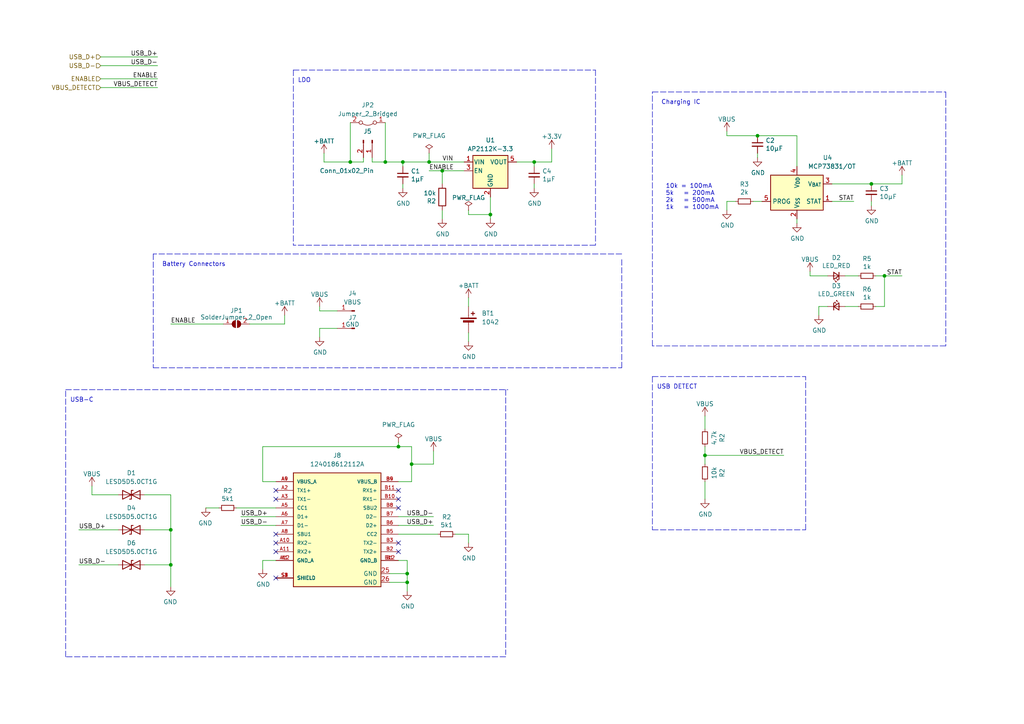
<source format=kicad_sch>
(kicad_sch (version 20230121) (generator eeschema)
  (paper "A4")
  (lib_symbols
    (symbol "124019572112A:124019572112A" (pin_names (offset 1.016))
      (property "Reference" "J" (at -12.7 16.002 0))
      (property "Value" "124019572112A" (at -12.7 -18.542 0))
      (symbol "124019572112A_0_0"
        (rectangle (start -12.7 -17.78) (end 12.7 15.24) (stroke (width 0.254)) (fill (type background)))
        (pin power_in line (at -17.78 -10.16 0) (length 5.08) (name "GND_A") (number "A1"))
        (pin bidirectional line (at -17.78 -5.08 0) (length 5.08) (name "RX2-") (number "A10"))
        (pin bidirectional line (at -17.78 -7.62 0) (length 5.08) (name "RX2+") (number "A11"))
        (pin power_in line (at -17.78 -10.16 0) (length 5.08) (name "GND_A") (number "A12"))
        (pin bidirectional line (at -17.78 10.16 0) (length 5.08) (name "TX1+") (number "A2"))
        (pin bidirectional line (at -17.78 7.62 0) (length 5.08) (name "TX1-") (number "A3"))
        (pin power_in line (at -17.78 12.7 0) (length 5.08) (name "VBUS_A") (number "A4"))
        (pin bidirectional line (at -17.78 5.08 0) (length 5.08) (name "CC1") (number "A5"))
        (pin bidirectional line (at -17.78 2.54 0) (length 5.08) (name "D1+") (number "A6"))
        (pin bidirectional line (at -17.78 0 0) (length 5.08) (name "D1-") (number "A7"))
        (pin bidirectional line (at -17.78 -2.54 0) (length 5.08) (name "SBU1") (number "A8"))
        (pin power_in line (at -17.78 12.7 0) (length 5.08) (name "VBUS_A") (number "A9"))
        (pin power_in line (at 17.78 -10.16 180) (length 5.08) (name "GND_B") (number "B1"))
        (pin bidirectional line (at 17.78 7.62 180) (length 5.08) (name "RX1-") (number "B10"))
        (pin bidirectional line (at 17.78 10.16 180) (length 5.08) (name "RX1+") (number "B11"))
        (pin power_in line (at 17.78 -10.16 180) (length 5.08) (name "GND_B") (number "B12"))
        (pin bidirectional line (at 17.78 -7.62 180) (length 5.08) (name "TX2+") (number "B2"))
        (pin bidirectional line (at 17.78 -5.08 180) (length 5.08) (name "TX2-") (number "B3"))
        (pin power_in line (at 17.78 12.7 180) (length 5.08) (name "VBUS_B") (number "B4"))
        (pin bidirectional line (at 17.78 -2.54 180) (length 5.08) (name "CC2") (number "B5"))
        (pin bidirectional line (at 17.78 0 180) (length 5.08) (name "D2+") (number "B6"))
        (pin bidirectional line (at 17.78 2.54 180) (length 5.08) (name "D2-") (number "B7"))
        (pin bidirectional line (at 17.78 5.08 180) (length 5.08) (name "SBU2") (number "B8"))
        (pin power_in line (at 17.78 12.7 180) (length 5.08) (name "VBUS_B") (number "B9"))
        (pin passive line (at -17.78 -15.24 0) (length 5.08) (name "SHIELD") (number "S1"))
        (pin passive line (at -17.78 -15.24 0) (length 5.08) (name "SHIELD") (number "S2"))
        (pin passive line (at -17.78 -15.24 0) (length 5.08) (name "SHIELD") (number "S3"))
        (pin passive line (at -17.78 -15.24 0) (length 5.08) (name "SHIELD") (number "S4"))
      )
      (symbol "124019572112A_1_1"
        (pin input line (at 15.24 -13.97 180) (length 2.54) (name "GND") (number "25"))
        (pin input line (at 15.24 -16.51 180) (length 2.54) (name "GND") (number "26"))
      )
    )
    (symbol "Battery_Management:MCP73831-2-OT"
      (property "Reference" "U" (at -7.62 6.35 0))
      (property "Value" "MCP73831-2-OT" (at 1.27 6.35 0))
      (symbol "MCP73831-2-OT_0_1"
        (rectangle (start -7.62 5.08) (end 7.62 -5.08) (stroke (width 0.254)) (fill (type background)))
      )
      (symbol "MCP73831-2-OT_1_1"
        (pin output line (at 10.16 -2.54 180) (length 2.54) (name "STAT") (number "1"))
        (pin power_in line (at 0 -7.62 90) (length 2.54) (name "V_{SS}") (number "2"))
        (pin power_out line (at 10.16 2.54 180) (length 2.54) (name "V_{BAT}") (number "3"))
        (pin power_in line (at 0 7.62 270) (length 2.54) (name "V_{DD}") (number "4"))
        (pin input line (at -10.16 -2.54 0) (length 2.54) (name "PROG") (number "5"))
      )
    )
    (symbol "Connector:Conn_01x01_Pin" (pin_names (offset 1.016) hide)
      (property "Reference" "J" (at 0 2.54 0))
      (property "Value" "Conn_01x01_Pin" (at 0 -2.54 0))
      (symbol "Conn_01x01_Pin_1_1"
        (polyline (pts (xy 1.27 0) (xy 0.8636 0)) (stroke (width 0.1524)))
        (rectangle (start 0.8636 0.127) (end 0 -0.127) (stroke (width 0.1524)) (fill (type outline)))
        (pin passive line (at 5.08 0 180) (length 3.81) (name "Pin_1") (number "1"))
      )
    )
    (symbol "Connector:Conn_01x02_Pin" (pin_names (offset 1.016) hide)
      (property "Reference" "J" (at 0 2.54 0))
      (property "Value" "Conn_01x02_Pin" (at 0 -5.08 0))
      (symbol "Conn_01x02_Pin_1_1"
        (polyline (pts (xy 1.27 -2.54) (xy 0.8636 -2.54)) (stroke (width 0.1524)))
        (polyline (pts (xy 1.27 0) (xy 0.8636 0)) (stroke (width 0.1524)))
        (rectangle (start 0.8636 -2.413) (end 0 -2.667) (stroke (width 0.1524)) (fill (type outline)))
        (rectangle (start 0.8636 0.127) (end 0 -0.127) (stroke (width 0.1524)) (fill (type outline)))
        (pin passive line (at 5.08 0 180) (length 3.81) (name "Pin_1") (number "1"))
        (pin passive line (at 5.08 -2.54 180) (length 3.81) (name "Pin_2") (number "2"))
      )
    )
    (symbol "Device:Battery_Cell" (pin_numbers hide) (pin_names (offset 0) hide)
      (property "Reference" "BT" (at 2.54 2.54 0))
      (property "Value" "Battery_Cell" (at 2.54 0 0))
      (symbol "Battery_Cell_0_1"
        (rectangle (start -2.286 1.778) (end 2.286 1.524) (fill (type outline)))
        (rectangle (start -1.524 1.016) (end 1.524 0.508) (fill (type outline)))
        (polyline (pts (xy 0 0.762) (xy 0 0)))
        (polyline (pts (xy 0 1.778) (xy 0 2.54)))
        (polyline (pts (xy 0.762 3.048) (xy 1.778 3.048)) (stroke (width 0.254)))
        (polyline (pts (xy 1.27 3.556) (xy 1.27 2.54)) (stroke (width 0.254)))
      )
      (symbol "Battery_Cell_1_1"
        (pin passive line (at 0 5.08 270) (length 2.54) (name "+") (number "1"))
        (pin passive line (at 0 -2.54 90) (length 2.54) (name "-") (number "2"))
      )
    )
    (symbol "Device:C_Small" (pin_numbers hide) (pin_names (offset 0.254) hide)
      (property "Reference" "C" (at 0.254 1.778 0))
      (property "Value" "C_Small" (at 0.254 -2.032 0))
      (symbol "C_Small_0_1"
        (polyline (pts (xy -1.524 -0.508) (xy 1.524 -0.508)) (stroke (width 0.3302)))
        (polyline (pts (xy -1.524 0.508) (xy 1.524 0.508)) (stroke (width 0.3048)))
      )
      (symbol "C_Small_1_1"
        (pin passive line (at 0 2.54 270) (length 2.032) (name "~") (number "1"))
        (pin passive line (at 0 -2.54 90) (length 2.032) (name "~") (number "2"))
      )
    )
    (symbol "Device:D_TVS" (pin_numbers hide) (pin_names (offset 1.016) hide)
      (property "Reference" "D" (at 0 2.54 0))
      (property "Value" "D_TVS" (at 0 -2.54 0))
      (symbol "D_TVS_0_1"
        (polyline (pts (xy 1.27 0) (xy -1.27 0)))
        (polyline (pts (xy 0.508 1.27) (xy 0 1.27) (xy 0 -1.27) (xy -0.508 -1.27)) (stroke (width 0.254)))
        (polyline (pts (xy -2.54 1.27) (xy -2.54 -1.27) (xy 2.54 1.27) (xy 2.54 -1.27) (xy -2.54 1.27)) (stroke (width 0.254)))
      )
      (symbol "D_TVS_1_1"
        (pin passive line (at -3.81 0 0) (length 2.54) (name "A1") (number "1"))
        (pin passive line (at 3.81 0 180) (length 2.54) (name "A2") (number "2"))
      )
    )
    (symbol "Device:LED_Small" (pin_numbers hide) (pin_names (offset 0.254) hide)
      (property "Reference" "D" (at -1.27 3.175 0))
      (property "Value" "LED_Small" (at -4.445 -2.54 0))
      (symbol "LED_Small_0_1"
        (polyline (pts (xy -0.762 -1.016) (xy -0.762 1.016)) (stroke (width 0.254)))
        (polyline (pts (xy 1.016 0) (xy -0.762 0)))
        (polyline (pts (xy 0.762 -1.016) (xy -0.762 0) (xy 0.762 1.016) (xy 0.762 -1.016)) (stroke (width 0.254)))
        (polyline (pts (xy 0 0.762) (xy -0.508 1.27) (xy -0.254 1.27) (xy -0.508 1.27) (xy -0.508 1.016)))
        (polyline (pts (xy 0.508 1.27) (xy 0 1.778) (xy 0.254 1.778) (xy 0 1.778) (xy 0 1.524)))
      )
      (symbol "LED_Small_1_1"
        (pin passive line (at -2.54 0 0) (length 1.778) (name "K") (number "1"))
        (pin passive line (at 2.54 0 180) (length 1.778) (name "A") (number "2"))
      )
    )
    (symbol "Device:R" (pin_numbers hide) (pin_names (offset 0))
      (property "Reference" "R" (at 2.032 0 90))
      (property "Value" "R" (at 0 0 90))
      (symbol "R_0_1"
        (rectangle (start -1.016 -2.54) (end 1.016 2.54) (stroke (width 0.254)))
      )
      (symbol "R_1_1"
        (pin passive line (at 0 3.81 270) (length 1.27) (name "~") (number "1"))
        (pin passive line (at 0 -3.81 90) (length 1.27) (name "~") (number "2"))
      )
    )
    (symbol "Device:R_Small" (pin_numbers hide) (pin_names (offset 0.254) hide)
      (property "Reference" "R" (at 0.762 0.508 0))
      (property "Value" "R_Small" (at 0.762 -1.016 0))
      (symbol "R_Small_0_1"
        (rectangle (start -0.762 1.778) (end 0.762 -1.778) (stroke (width 0.2032)))
      )
      (symbol "R_Small_1_1"
        (pin passive line (at 0 2.54 270) (length 0.762) (name "~") (number "1"))
        (pin passive line (at 0 -2.54 90) (length 0.762) (name "~") (number "2"))
      )
    )
    (symbol "Jumper:Jumper_2_Bridged" (pin_names (offset 0) hide)
      (property "Reference" "JP" (at 0 1.905 0))
      (property "Value" "Jumper_2_Bridged" (at 0 -2.54 0))
      (symbol "Jumper_2_Bridged_0_0"
        (circle (center -2.032 0) (radius 0.508))
        (circle (center 2.032 0) (radius 0.508))
      )
      (symbol "Jumper_2_Bridged_0_1"
        (arc (start 1.524 0.254) (mid 0 0.762) (end -1.524 0.254))
      )
      (symbol "Jumper_2_Bridged_1_1"
        (pin passive line (at -5.08 0 0) (length 2.54) (name "A") (number "1"))
        (pin passive line (at 5.08 0 180) (length 2.54) (name "B") (number "2"))
      )
    )
    (symbol "Jumper:SolderJumper_2_Open" (pin_names (offset 0) hide)
      (property "Reference" "JP" (at 0 2.032 0))
      (property "Value" "SolderJumper_2_Open" (at 0 -2.54 0))
      (symbol "SolderJumper_2_Open_0_1"
        (arc (start -0.254 1.016) (mid -1.2656 0) (end -0.254 -1.016))
        (arc (start -0.254 1.016) (mid -1.2656 0) (end -0.254 -1.016) (fill (type outline)))
        (polyline (pts (xy -0.254 1.016) (xy -0.254 -1.016)))
        (polyline (pts (xy 0.254 1.016) (xy 0.254 -1.016)))
        (arc (start 0.254 -1.016) (mid 1.2656 0) (end 0.254 1.016))
        (arc (start 0.254 -1.016) (mid 1.2656 0) (end 0.254 1.016) (fill (type outline)))
      )
      (symbol "SolderJumper_2_Open_1_1"
        (pin passive line (at -3.81 0 0) (length 2.54) (name "A") (number "1"))
        (pin passive line (at 3.81 0 180) (length 2.54) (name "B") (number "2"))
      )
    )
    (symbol "Regulator_Linear:AP2112K-3.3" (pin_names (offset 0.254))
      (property "Reference" "U" (at -5.08 5.715 0))
      (property "Value" "AP2112K-3.3" (at 0 5.715 0))
      (symbol "AP2112K-3.3_0_1"
        (rectangle (start -5.08 4.445) (end 5.08 -5.08) (stroke (width 0.254)) (fill (type background)))
      )
      (symbol "AP2112K-3.3_1_1"
        (pin power_in line (at -7.62 2.54 0) (length 2.54) (name "VIN") (number "1"))
        (pin power_in line (at 0 -7.62 90) (length 2.54) (name "GND") (number "2"))
        (pin input line (at -7.62 0 0) (length 2.54) (name "EN") (number "3"))
        (pin no_connect line (at 5.08 0 180) (length 2.54) hide (name "NC") (number "4"))
        (pin power_out line (at 7.62 2.54 180) (length 2.54) (name "VOUT") (number "5"))
      )
    )
    (symbol "power:+3.3V" (power) (pin_names (offset 0))
      (property "Value" "+3.3V" (at 0 3.556 0))
      (symbol "+3.3V_0_1"
        (polyline (pts (xy -0.762 1.27) (xy 0 2.54)))
        (polyline (pts (xy 0 0) (xy 0 2.54)))
        (polyline (pts (xy 0 2.54) (xy 0.762 1.27)))
      )
      (symbol "+3.3V_1_1"
        (pin power_in line (at 0 0 90) (length 0) hide (name "+3.3V") (number "1"))
      )
    )
    (symbol "power:+BATT" (power) (pin_names (offset 0))
      (property "Value" "+BATT" (at 0 3.556 0))
      (symbol "+BATT_0_1"
        (polyline (pts (xy -0.762 1.27) (xy 0 2.54)))
        (polyline (pts (xy 0 0) (xy 0 2.54)))
        (polyline (pts (xy 0 2.54) (xy 0.762 1.27)))
      )
      (symbol "+BATT_1_1"
        (pin power_in line (at 0 0 90) (length 0) hide (name "+BATT") (number "1"))
      )
    )
    (symbol "power:GND" (power) (pin_names (offset 0))
      (property "Value" "GND" (at 0 -3.81 0))
      (symbol "GND_0_1"
        (polyline (pts (xy 0 0) (xy 0 -1.27) (xy 1.27 -1.27) (xy 0 -2.54) (xy -1.27 -1.27) (xy 0 -1.27)))
      )
      (symbol "GND_1_1"
        (pin power_in line (at 0 0 270) (length 0) hide (name "GND") (number "1"))
      )
    )
    (symbol "power:PWR_FLAG" (power) (pin_numbers hide) (pin_names (offset 0) hide)
      (property "Value" "PWR_FLAG" (at 0 3.81 0))
      (symbol "PWR_FLAG_0_0"
        (pin power_out line (at 0 0 90) (length 0) (name "pwr") (number "1"))
      )
      (symbol "PWR_FLAG_0_1"
        (polyline (pts (xy 0 0) (xy 0 1.27) (xy -1.016 1.905) (xy 0 2.54) (xy 1.016 1.905) (xy 0 1.27)))
      )
    )
    (symbol "power:VBUS" (power) (pin_names (offset 0))
      (property "Value" "VBUS" (at 0 3.81 0))
      (symbol "VBUS_0_1"
        (polyline (pts (xy -0.762 1.27) (xy 0 2.54)))
        (polyline (pts (xy 0 0) (xy 0 2.54)))
        (polyline (pts (xy 0 2.54) (xy 0.762 1.27)))
      )
      (symbol "VBUS_1_1"
        (pin power_in line (at 0 0 90) (length 0) hide (name "VBUS") (number "1"))
      )
    )
  )
  (junction (at 204.47 132.08))
  (junction (at 115.57 129.54))
  (junction (at 142.24 62.23))
  (junction (at 118.11 168.91))
  (junction (at 256.54 80.01))
  (junction (at 219.71 39.37))
  (junction (at 118.11 166.37))
  (junction (at 49.53 153.67))
  (junction (at 252.73 53.34))
  (junction (at 111.76 46.99))
  (junction (at 128.27 49.53))
  (junction (at 116.84 46.99))
  (junction (at 154.94 46.99))
  (junction (at 124.46 46.99))
  (junction (at 101.6 46.99))
  (junction (at 49.53 163.83))
  (junction (at 119.38 134.62))
  (no_connect (at 80.01 142.24))
  (no_connect (at 115.57 160.02))
  (no_connect (at 115.57 142.24))
  (no_connect (at 80.01 154.94))
  (no_connect (at 80.01 157.48))
  (no_connect (at 80.01 144.78))
  (no_connect (at 115.57 157.48))
  (no_connect (at 115.57 147.32))
  (no_connect (at 115.57 144.78))
  (no_connect (at 80.01 160.02))
  (no_connect (at 80.01 167.64))
  (wire (pts (xy 135.89 154.94) (xy 135.89 157.48)))
  (wire (pts (xy 116.84 53.34) (xy 116.84 54.61)))
  (wire (pts (xy 69.85 149.86) (xy 80.01 149.86)))
  (wire (pts (xy 105.41 45.72) (xy 105.41 46.99)))
  (wire (pts (xy 92.71 95.25) (xy 92.71 97.79)))
  (wire (pts (xy 135.89 86.36) (xy 135.89 88.9)))
  (wire (pts (xy 68.58 147.32) (xy 80.01 147.32)))
  (wire (pts (xy 124.46 49.53) (xy 128.27 49.53)))
  (wire (pts (xy 59.69 147.32) (xy 63.5 147.32)))
  (polyline (pts (xy 233.68 153.67) (xy 233.68 109.22)) (stroke (width 0) (type dash)))
  (polyline (pts (xy 172.72 20.32) (xy 172.72 71.12)) (stroke (width 0) (type dash)))
  (polyline (pts (xy 44.45 73.66) (xy 44.45 106.68)) (stroke (width 0) (type dash)))
  (wire (pts (xy 113.03 166.37) (xy 118.11 166.37)))
  (wire (pts (xy 219.71 44.45) (xy 219.71 45.72)))
  (wire (pts (xy 261.62 80.01) (xy 256.54 80.01)))
  (wire (pts (xy 252.73 53.34) (xy 261.62 53.34)))
  (wire (pts (xy 210.82 58.42) (xy 210.82 60.96)))
  (wire (pts (xy 116.84 46.99) (xy 116.84 48.26)))
  (wire (pts (xy 76.2 139.7) (xy 80.01 139.7)))
  (wire (pts (xy 119.38 129.54) (xy 115.57 129.54)))
  (wire (pts (xy 69.85 152.4) (xy 80.01 152.4)))
  (wire (pts (xy 252.73 58.42) (xy 252.73 59.69)))
  (wire (pts (xy 49.53 143.51) (xy 41.91 143.51)))
  (polyline (pts (xy 189.23 26.67) (xy 274.32 26.67)) (stroke (width 0) (type dash)))
  (wire (pts (xy 76.2 129.54) (xy 76.2 139.7)))
  (polyline (pts (xy 172.72 71.12) (xy 85.09 71.12)) (stroke (width 0) (type dash)))
  (wire (pts (xy 29.21 19.05) (xy 45.72 19.05)))
  (wire (pts (xy 118.11 166.37) (xy 118.11 168.91)))
  (wire (pts (xy 125.73 134.62) (xy 125.73 130.81)))
  (wire (pts (xy 93.98 44.45) (xy 93.98 46.99)))
  (wire (pts (xy 204.47 120.65) (xy 204.47 124.46)))
  (wire (pts (xy 142.24 57.15) (xy 142.24 62.23)))
  (wire (pts (xy 219.71 39.37) (xy 231.14 39.37)))
  (wire (pts (xy 29.21 22.86) (xy 45.72 22.86)))
  (wire (pts (xy 115.57 154.94) (xy 127 154.94)))
  (wire (pts (xy 256.54 80.01) (xy 256.54 88.9)))
  (wire (pts (xy 22.86 153.67) (xy 34.29 153.67)))
  (wire (pts (xy 97.79 95.25) (xy 92.71 95.25)))
  (wire (pts (xy 142.24 62.23) (xy 142.24 63.5)))
  (wire (pts (xy 29.21 25.4) (xy 45.72 25.4)))
  (wire (pts (xy 29.21 16.51) (xy 45.72 16.51)))
  (wire (pts (xy 101.6 35.56) (xy 101.6 46.99)))
  (wire (pts (xy 118.11 162.56) (xy 118.11 166.37)))
  (wire (pts (xy 240.03 80.01) (xy 234.95 80.01)))
  (wire (pts (xy 160.02 46.99) (xy 154.94 46.99)))
  (wire (pts (xy 115.57 128.27) (xy 115.57 129.54)))
  (wire (pts (xy 115.57 162.56) (xy 118.11 162.56)))
  (wire (pts (xy 210.82 38.1) (xy 210.82 39.37)))
  (wire (pts (xy 92.71 90.17) (xy 92.71 88.9)))
  (wire (pts (xy 256.54 80.01) (xy 254 80.01)))
  (polyline (pts (xy 44.45 106.68) (xy 180.34 106.68)) (stroke (width 0) (type dash)))
  (wire (pts (xy 248.92 80.01) (xy 245.11 80.01)))
  (wire (pts (xy 234.95 78.74) (xy 234.95 80.01)))
  (wire (pts (xy 220.98 58.42) (xy 218.44 58.42)))
  (polyline (pts (xy 146.685 190.5) (xy 19.05 190.5)) (stroke (width 0) (type dash)))
  (wire (pts (xy 154.94 48.26) (xy 154.94 46.99)))
  (wire (pts (xy 72.39 93.98) (xy 82.55 93.98)))
  (wire (pts (xy 107.95 45.72) (xy 107.95 46.99)))
  (polyline (pts (xy 189.23 153.67) (xy 233.68 153.67)) (stroke (width 0) (type dash)))
  (wire (pts (xy 149.86 46.99) (xy 154.94 46.99)))
  (wire (pts (xy 135.89 62.23) (xy 142.24 62.23)))
  (polyline (pts (xy 180.34 73.66) (xy 44.45 73.66)) (stroke (width 0) (type dash)))
  (polyline (pts (xy 180.34 106.68) (xy 180.34 74.93)) (stroke (width 0) (type dash)))
  (wire (pts (xy 115.57 139.7) (xy 119.38 139.7)))
  (wire (pts (xy 111.76 46.99) (xy 116.84 46.99)))
  (wire (pts (xy 204.47 139.7) (xy 204.47 144.78)))
  (wire (pts (xy 256.54 88.9) (xy 254 88.9)))
  (wire (pts (xy 119.38 134.62) (xy 119.38 129.54)))
  (wire (pts (xy 248.92 88.9) (xy 245.11 88.9)))
  (polyline (pts (xy 146.685 113.03) (xy 146.685 189.865)) (stroke (width 0) (type dash)))
  (wire (pts (xy 111.76 35.56) (xy 111.76 46.99)))
  (polyline (pts (xy 19.05 113.03) (xy 147.32 113.03)) (stroke (width 0) (type dash)))
  (wire (pts (xy 107.95 46.99) (xy 111.76 46.99)))
  (wire (pts (xy 93.98 46.99) (xy 101.6 46.99)))
  (polyline (pts (xy 274.32 100.33) (xy 189.23 100.33)) (stroke (width 0) (type dash)))
  (wire (pts (xy 116.84 46.99) (xy 124.46 46.99)))
  (wire (pts (xy 49.53 170.18) (xy 49.53 163.83)))
  (polyline (pts (xy 189.23 109.22) (xy 233.68 109.22)) (stroke (width 0) (type dash)))
  (wire (pts (xy 261.62 50.8) (xy 261.62 53.34)))
  (wire (pts (xy 76.2 129.54) (xy 115.57 129.54)))
  (wire (pts (xy 204.47 132.08) (xy 204.47 134.62)))
  (wire (pts (xy 97.79 90.17) (xy 92.71 90.17)))
  (wire (pts (xy 128.27 60.96) (xy 128.27 63.5)))
  (wire (pts (xy 41.91 153.67) (xy 49.53 153.67)))
  (wire (pts (xy 135.89 96.52) (xy 135.89 99.06)))
  (polyline (pts (xy 85.09 20.32) (xy 85.09 71.12)) (stroke (width 0) (type dash)))
  (polyline (pts (xy 19.05 190.5) (xy 19.05 113.03)) (stroke (width 0) (type dash)))
  (wire (pts (xy 41.91 163.83) (xy 49.53 163.83)))
  (wire (pts (xy 132.08 154.94) (xy 135.89 154.94)))
  (wire (pts (xy 101.6 46.99) (xy 105.41 46.99)))
  (wire (pts (xy 113.03 168.91) (xy 118.11 168.91)))
  (wire (pts (xy 204.47 132.08) (xy 227.33 132.08)))
  (wire (pts (xy 128.27 49.53) (xy 134.62 49.53)))
  (wire (pts (xy 154.94 53.34) (xy 154.94 54.61)))
  (wire (pts (xy 26.67 140.97) (xy 26.67 143.51)))
  (wire (pts (xy 210.82 39.37) (xy 219.71 39.37)))
  (wire (pts (xy 49.53 153.67) (xy 49.53 143.51)))
  (wire (pts (xy 119.38 134.62) (xy 125.73 134.62)))
  (wire (pts (xy 119.38 139.7) (xy 119.38 134.62)))
  (wire (pts (xy 124.46 44.45) (xy 124.46 46.99)))
  (polyline (pts (xy 85.09 20.32) (xy 172.72 20.32)) (stroke (width 0) (type dash)))
  (wire (pts (xy 231.14 63.5) (xy 231.14 64.77)))
  (wire (pts (xy 124.46 46.99) (xy 134.62 46.99)))
  (polyline (pts (xy 189.23 100.33) (xy 189.23 26.67)) (stroke (width 0) (type dash)))
  (wire (pts (xy 240.03 88.9) (xy 237.49 88.9)))
  (wire (pts (xy 80.01 162.56) (xy 76.2 162.56)))
  (wire (pts (xy 26.67 143.51) (xy 34.29 143.51)))
  (polyline (pts (xy 274.32 26.67) (xy 274.32 100.33)) (stroke (width 0) (type dash)))
  (wire (pts (xy 115.57 149.86) (xy 125.73 149.86)))
  (wire (pts (xy 237.49 88.9) (xy 237.49 91.44)))
  (wire (pts (xy 231.14 39.37) (xy 231.14 48.26)))
  (wire (pts (xy 247.65 58.42) (xy 241.3 58.42)))
  (wire (pts (xy 118.11 168.91) (xy 118.11 171.45)))
  (wire (pts (xy 82.55 91.44) (xy 82.55 93.98)))
  (wire (pts (xy 76.2 162.56) (xy 76.2 165.1)))
  (polyline (pts (xy 189.23 109.22) (xy 189.23 153.67)) (stroke (width 0) (type dash)))
  (wire (pts (xy 49.53 163.83) (xy 49.53 153.67)))
  (wire (pts (xy 241.3 53.34) (xy 252.73 53.34)))
  (wire (pts (xy 22.86 163.83) (xy 34.29 163.83)))
  (wire (pts (xy 49.53 93.98) (xy 64.77 93.98)))
  (wire (pts (xy 128.27 49.53) (xy 128.27 53.34)))
  (wire (pts (xy 160.02 43.18) (xy 160.02 46.99)))
  (wire (pts (xy 213.36 58.42) (xy 210.82 58.42)))
  (wire (pts (xy 135.89 60.96) (xy 135.89 62.23)))
  (wire (pts (xy 115.57 152.4) (xy 125.73 152.4)))
  (wire (pts (xy 204.47 129.54) (xy 204.47 132.08)))
  (text "LDO" (at 86.36 24.13 0) (effects (font (size 1.27 1.27)) (justify left bottom)))
  (text "Charging IC" (at 191.77 30.48 0) (effects (font (size 1.27 1.27)) (justify left bottom)))
  (text "Battery Connectors" (at 46.99 77.47 0) (effects (font (size 1.27 1.27)) (justify left bottom)))
  (text "10k = 100mA\n5k   = 200mA\n2k   = 500mA\n1k   = 1000mA" (at 193.04 60.96 0) (effects (font (size 1.27 1.27)) (justify left bottom)))
  (text "USB DETECT" (at 190.5 113.03 0) (effects (font (size 1.27 1.27)) (justify left bottom)))
  (text "USB-C" (at 20.32 116.84 0) (effects (font (size 1.27 1.27)) (justify left bottom)))
  (label "VBUS_DETECT" (at 45.72 25.4 180))
  (label "USB_D-" (at 125.73 149.86 180))
  (label "STAT" (at 247.65 58.42 180))
  (label "ENABLE" (at 124.46 49.53 0))
  (label "USB_D+" (at 69.85 149.86 0))
  (label "USB_D-" (at 69.85 152.4 0))
  (label "USB_D+" (at 22.86 153.67 0))
  (label "VBUS_DETECT" (at 227.33 132.08 180))
  (label "USB_D+" (at 45.72 16.51 180))
  (label "USB_D-" (at 45.72 19.05 180))
  (label "ENABLE" (at 45.72 22.86 180))
  (label "USB_D-" (at 22.86 163.83 0))
  (label "ENABLE" (at 49.53 93.98 0))
  (label "USB_D+" (at 125.73 152.4 180))
  (label "STAT" (at 261.62 80.01 180))
  (label "VIN" (at 128.27 46.99 0))
  (hierarchical_label "USB_D-" (shape input) (at 29.21 19.05 180))
  (hierarchical_label "ENABLE" (shape input) (at 29.21 22.86 180))
  (hierarchical_label "USB_D+" (shape input) (at 29.21 16.51 180))
  (hierarchical_label "VBUS_DETECT" (shape input) (at 29.21 25.4 180))
  (symbol (lib_id "power:GND") (at 118.11 171.45 0) (unit 1)
    (property "Reference" "#PWR0105" (effects hide))
    (property "Value" "GND" (at 118.237 175.8442 0))
    (instances (project "trick-tracker" (path "" (reference "#PWR0105") (unit 1))) (project "rep-trap-pcb" (path "" (reference "#PWR080") (unit 1))))
  )
  (symbol (lib_id "power:GND") (at 219.71 45.72 0) (unit 1)
    (property "Reference" "#PWR0109" (effects hide))
    (property "Value" "GND" (at 219.837 50.1142 0))
    (instances (project "trick-tracker" (path "" (reference "#PWR0109") (unit 1))) (project "rep-trap-pcb" (path "" (reference "#PWR018") (unit 1))))
  )
  (symbol (lib_id "power:VBUS") (at 26.67 140.97 0) (mirror y) (unit 1)
    (property "Reference" "#PWR04" (effects hide))
    (property "Value" "VBUS" (at 26.67 137.4681 0))
  )
  (symbol (lib_id "Device:R_Small") (at 215.9 58.42 270) (unit 1)
    (property "Reference" "R3" (at 215.9 53.4416 90))
    (property "Value" "2k" (at 215.9 55.753 90))
    (property "Footprint" "Resistor_SMD:R_0603_1608Metric" (effects hide))
    (instances (project "trick-tracker" (path "" (reference "R3") (unit 1))) (project "rep-trap-pcb" (path "" (reference "R4") (unit 1))))
  )
  (symbol (lib_id "Device:R") (at 128.27 57.15 180) (unit 1)
    (property "Reference" "R2" (at 126.492 58.3184 0) (effects (justify left)))
    (property "Value" "10k" (at 126.492 56.007 0) (effects (justify left)))
    (property "Footprint" "Resistor_SMD:R_0603_1608Metric" (effects hide))
    (instances (project "RP2040_minimal" (path "" (reference "R2") (unit 1))) (project "rep-trap-pcb" (path "" (reference "R18") (unit 1)) (path "" (reference "R19") (unit 1))))
  )
  (symbol (lib_id "power:VBUS") (at 204.47 120.65 0) (unit 1)
    (property "Reference" "#PWR010" (effects hide))
    (property "Value" "VBUS" (at 204.47 117.1481 0))
  )
  (symbol (lib_id "Jumper:Jumper_2_Bridged") (at 106.68 35.56 180) (unit 1)
    (property "Reference" "JP2" (at 106.68 30.48 0))
    (property "Value" "Jumper_2_Bridged" (at 106.68 33.02 0))
    (property "Footprint" "Jumper:SolderJumper-2_P1.3mm_Bridged_RoundedPad1.0x1.5mm" (effects hide))
  )
  (symbol (lib_id "124019572112A:124019572112A") (at 97.79 152.4 0) (unit 1)
    (property "Reference" "J8" (at 97.79 132.08 0))
    (property "Value" "124018612112A" (at 97.79 134.62 0))
    (property "Footprint" "124018612112A:CONN_124018612112A_AMP" (effects hide))
    (property "MF" "Amphenol ICC (Commercial Products)" (effects hide))
    (property "MAXIMUM_PACKAGE_HEIGHT" "4.4mm" (effects hide))
    (property "Package" "None" (effects hide))
    (property "Price" "None" (effects hide))
    (property "Check_prices" "https://www.snapeda.com/parts/124019572112A/Amphenol/view-part/?ref=eda" (effects hide))
    (property "STANDARD" "Manufacturer Recommendations" (effects hide))
    (property "PARTREV" "1" (effects hide))
    (property "SnapEDA_Link" "https://www.snapeda.com/parts/124019572112A/Amphenol/view-part/?ref=snap" (effects hide))
    (property "MP" "124019572112A" (effects hide))
    (property "Purchase-URL" "https://www.snapeda.com/api/url_track_click_mouser/?unipart_id=7351994&manufacturer=Amphenol ICC (Commercial Products)&part_name=124019572112A&search_term=124019572112a" (effects hide))
    (property "Description" "\nUSB3.2 GEN1, Type C, Mid mount, CH 0.40mm, Dual Row SMT, IPX8\n" (effects hide))
    (property "Availability" "In Stock" (effects hide))
    (property "MANUFACTURER" "Amphenol ICC" (effects hide))
  )
  (symbol (lib_id "Regulator_Linear:AP2112K-3.3") (at 142.24 49.53 0) (unit 1)
    (property "Reference" "U1" (at 142.24 40.64 0))
    (property "Value" "AP2112K-3.3" (at 142.24 43.18 0))
    (property "Footprint" "Package_TO_SOT_SMD:SOT-23-5" (effects hide))
    (property "Datasheet" "https://www.diodes.com/assets/Datasheets/AP2112.pdf" (effects hide))
  )
  (symbol (lib_id "power:+BATT") (at 82.55 91.44 0) (unit 1)
    (property "Reference" "#PWR075" (effects hide))
    (property "Value" "+BATT" (at 82.55 87.9381 0))
  )
  (symbol (lib_id "Device:LED_Small") (at 242.57 88.9 0) (unit 1)
    (property "Reference" "D3" (at 242.57 82.931 0))
    (property "Value" "LED_GREEN" (at 242.57 85.2424 0))
    (property "Footprint" "LED_SMD:LED_0603_1608Metric" (effects hide))
  )
  (symbol (lib_id "power:GND") (at 154.94 54.61 0) (unit 1)
    (property "Reference" "#PWR0112" (effects hide))
    (property "Value" "GND" (at 155.067 59.0042 0))
    (instances (project "trick-tracker" (path "" (reference "#PWR0112") (unit 1))) (project "rep-trap-pcb" (path "" (reference "#PWR012") (unit 1))))
  )
  (symbol (lib_id "power:VBUS") (at 234.95 78.74 0) (unit 1)
    (property "Reference" "#PWR016" (effects hide))
    (property "Value" "VBUS" (at 234.95 75.2381 0))
  )
  (symbol (lib_id "Device:D_TVS") (at 38.1 153.67 180) (unit 1)
    (property "Reference" "D4" (at 38.1 147.32 0))
    (property "Value" "LESD5D5.0CT1G" (at 38.1 149.86 0))
    (property "Footprint" "LESD5D5.0CT1G:LESD5D50CT1G" (effects hide))
  )
  (symbol (lib_id "Device:D_TVS") (at 38.1 143.51 180) (unit 1)
    (property "Reference" "D1" (at 38.1 137.16 0))
    (property "Value" "LESD5D5.0CT1G" (at 38.1 139.7 0))
    (property "Footprint" "LESD5D5.0CT1G:LESD5D50CT1G" (effects hide))
  )
  (symbol (lib_id "power:VBUS") (at 92.71 88.9 0) (unit 1)
    (property "Reference" "#PWR02" (effects hide))
    (property "Value" "VBUS" (at 92.71 85.3981 0))
  )
  (symbol (lib_id "Device:C_Small") (at 154.94 50.8 0) (unit 1)
    (property "Reference" "C4" (at 157.2768 49.6316 0) (effects (justify left)))
    (property "Value" "1µF" (at 157.2768 51.943 0) (effects (justify left)))
    (property "Footprint" "Capacitor_SMD:C_0603_1608Metric" (effects hide))
    (instances (project "trick-tracker" (path "" (reference "C4") (unit 1))) (project "rep-trap-pcb" (path "" (reference "C2") (unit 1))))
  )
  (symbol (lib_id "Jumper:SolderJumper_2_Open") (at 68.58 93.98 0) (unit 1) (in_bom no)
    (property "Reference" "JP1" (at 68.58 90.0811 0))
    (property "Value" "SolderJumper_2_Open" (at 68.58 92.0021 0))
    (property "Footprint" "Jumper:SolderJumper-2_P1.3mm_Open_TrianglePad1.0x1.5mm" (effects hide))
  )
  (symbol (lib_id "power:GND") (at 231.14 64.77 0) (unit 1)
    (property "Reference" "#PWR0102" (effects hide))
    (property "Value" "GND" (at 231.267 69.1642 0))
    (instances (project "trick-tracker" (path "" (reference "#PWR0102") (unit 1))) (project "rep-trap-pcb" (path "" (reference "#PWR019") (unit 1))))
  )
  (symbol (lib_id "power:GND") (at 135.89 99.06 0) (unit 1)
    (property "Reference" "#PWR0111" (effects hide))
    (property "Value" "GND" (at 136.017 103.4542 0))
    (instances (project "trick-tracker" (path "" (reference "#PWR0111") (unit 1))) (project "rep-trap-pcb" (path "" (reference "#PWR077") (unit 1))))
  )
  (symbol (lib_id "Device:R_Small") (at 204.47 127 0) (mirror y) (unit 1)
    (property "Reference" "R2" (at 209.4484 127 90))
    (property "Value" "4.7k" (at 207.137 127 90))
    (property "Footprint" "Resistor_SMD:R_0603_1608Metric" (effects hide))
  )
  (symbol (lib_id "power:PWR_FLAG") (at 115.57 128.27 0) (unit 1)
    (property "Reference" "#FLG02" (effects hide))
    (property "Value" "PWR_FLAG" (at 115.57 123.19 0))
  )
  (symbol (lib_id "power:GND") (at 210.82 60.96 0) (unit 1)
    (property "Reference" "#PWR0103" (effects hide))
    (property "Value" "GND" (at 210.947 65.3542 0))
    (instances (project "trick-tracker" (path "" (reference "#PWR0103") (unit 1))) (project "rep-trap-pcb" (path "" (reference "#PWR015") (unit 1))))
  )
  (symbol (lib_id "Device:R_Small") (at 251.46 88.9 270) (unit 1)
    (property "Reference" "R6" (at 251.46 83.9216 90))
    (property "Value" "1k" (at 251.46 86.233 90))
    (property "Footprint" "Resistor_SMD:R_0603_1608Metric" (effects hide))
  )
  (symbol (lib_id "power:VBUS") (at 125.73 130.81 0) (unit 1)
    (property "Reference" "#PWR03" (effects hide))
    (property "Value" "VBUS" (at 125.73 127.3081 0))
  )
  (symbol (lib_id "power:GND") (at 92.71 97.79 0) (unit 1)
    (property "Reference" "#PWR0111" (effects hide))
    (property "Value" "GND" (at 92.837 102.1842 0))
    (instances (project "trick-tracker" (path "" (reference "#PWR0111") (unit 1))) (project "rep-trap-pcb" (path "" (reference "#PWR079") (unit 1))))
  )
  (symbol (lib_id "Device:LED_Small") (at 242.57 80.01 180) (unit 1)
    (property "Reference" "D2" (at 242.57 74.7522 0))
    (property "Value" "LED_RED" (at 242.57 77.0636 0))
    (property "Footprint" "LED_SMD:LED_0603_1608Metric" (effects hide))
  )
  (symbol (lib_id "power:GND") (at 76.2 165.1 0) (unit 1)
    (property "Reference" "#PWR0105" (effects hide))
    (property "Value" "GND" (at 76.327 169.4942 0))
    (instances (project "trick-tracker" (path "" (reference "#PWR0105") (unit 1))) (project "rep-trap-pcb" (path "" (reference "#PWR081") (unit 1))))
  )
  (symbol (lib_id "Device:R_Small") (at 129.54 154.94 270) (unit 1)
    (property "Reference" "R2" (at 129.54 149.9616 90))
    (property "Value" "5k1" (at 129.54 152.273 90))
    (property "Footprint" "Resistor_SMD:R_0603_1608Metric" (effects hide))
    (instances (project "trick-tracker" (path "" (reference "R2") (unit 1))) (project "rep-trap-pcb" (path "" (reference "R1") (unit 1))))
  )
  (symbol (lib_id "power:+BATT") (at 261.62 50.8 0) (unit 1)
    (property "Reference" "#PWR023" (effects hide))
    (property "Value" "+BATT" (at 261.62 47.2981 0))
  )
  (symbol (lib_id "power:GND") (at 142.24 63.5 0) (unit 1)
    (property "Reference" "#PWR0111" (effects hide))
    (property "Value" "GND" (at 142.367 67.8942 0))
    (instances (project "trick-tracker" (path "" (reference "#PWR0111") (unit 1))) (project "rep-trap-pcb" (path "" (reference "#PWR011") (unit 1))))
  )
  (symbol (lib_id "power:GND") (at 204.47 144.78 0) (unit 1)
    (property "Reference" "#PWR0107" (effects hide))
    (property "Value" "GND" (at 204.597 149.1742 0))
    (instances (project "trick-tracker" (path "" (reference "#PWR0107") (unit 1))) (project "rep-trap-pcb" (path "" (reference "#PWR078") (unit 1))))
  )
  (symbol (lib_id "Device:C_Small") (at 116.84 50.8 0) (unit 1)
    (property "Reference" "C1" (at 119.1768 49.6316 0) (effects (justify left)))
    (property "Value" "1µF" (at 119.1768 51.943 0) (effects (justify left)))
    (property "Footprint" "Capacitor_SMD:C_0603_1608Metric" (effects hide))
  )
  (symbol (lib_id "Device:R_Small") (at 251.46 80.01 270) (unit 1)
    (property "Reference" "R5" (at 251.46 75.0316 90))
    (property "Value" "1k" (at 251.46 77.343 90))
    (property "Footprint" "Resistor_SMD:R_0603_1608Metric" (effects hide))
  )
  (symbol (lib_id "power:GND") (at 135.89 157.48 0) (unit 1)
    (property "Reference" "#PWR0105" (effects hide))
    (property "Value" "GND" (at 136.017 161.8742 0))
    (instances (project "trick-tracker" (path "" (reference "#PWR0105") (unit 1))) (project "rep-trap-pcb" (path "" (reference "#PWR067") (unit 1))))
  )
  (symbol (lib_id "Device:Battery_Cell") (at 135.89 93.98 0) (unit 1)
    (property "Reference" "BT1" (at 139.7 90.8685 0) (effects (justify left)))
    (property "Value" "1042" (at 139.7 93.4085 0) (effects (justify left)))
    (property "Footprint" "1042P:1042P" (effects hide))
  )
  (symbol (lib_id "power:PWR_FLAG") (at 124.46 44.45 0) (unit 1)
    (property "Reference" "#FLG03" (effects hide))
    (property "Value" "PWR_FLAG" (at 124.46 39.37 0))
  )
  (symbol (lib_id "Device:D_TVS") (at 38.1 163.83 180) (unit 1)
    (property "Reference" "D6" (at 38.1 157.48 0))
    (property "Value" "LESD5D5.0CT1G" (at 38.1 160.02 0))
    (property "Footprint" "LESD5D5.0CT1G:LESD5D50CT1G" (effects hide))
  )
  (symbol (lib_id "Connector:Conn_01x02_Pin") (at 107.95 40.64 270) (unit 1)
    (property "Reference" "J5" (at 105.41 38.1 90) (effects (justify left)))
    (property "Value" "Conn_01x02_Pin" (at 92.71 49.53 90) (effects (justify left)))
    (property "Footprint" "Connector_PinSocket_2.54mm:PinSocket_1x02_P2.54mm_Vertical" (effects hide))
  )
  (symbol (lib_id "Device:R_Small") (at 66.04 147.32 90) (mirror x) (unit 1)
    (property "Reference" "R2" (at 66.04 142.3416 90))
    (property "Value" "5k1" (at 66.04 144.653 90))
    (property "Footprint" "Resistor_SMD:R_0603_1608Metric" (effects hide))
    (instances (project "trick-tracker" (path "" (reference "R2") (unit 1))) (project "rep-trap-pcb" (path "" (reference "R22") (unit 1))))
  )
  (symbol (lib_id "power:GND") (at 116.84 54.61 0) (unit 1)
    (property "Reference" "#PWR0110" (effects hide))
    (property "Value" "GND" (at 116.967 59.0042 0))
    (instances (project "trick-tracker" (path "" (reference "#PWR0110") (unit 1))) (project "rep-trap-pcb" (path "" (reference "#PWR07") (unit 1))))
  )
  (symbol (lib_id "power:PWR_FLAG") (at 135.89 60.96 0) (unit 1)
    (property "Reference" "#FLG0102" (effects hide))
    (property "Value" "PWR_FLAG" (at 135.89 57.3555 0))
    (instances (project "trick-tracker" (path "" (reference "#FLG0102") (unit 1))) (project "rep-trap-pcb" (path "" (reference "#FLG01") (unit 1))))
  )
  (symbol (lib_id "Device:C_Small") (at 219.71 41.91 0) (unit 1)
    (property "Reference" "C2" (at 222.0468 40.7416 0) (effects (justify left)))
    (property "Value" "10µF" (at 222.0468 43.053 0) (effects (justify left)))
    (property "Footprint" "Capacitor_SMD:C_0603_1608Metric" (effects hide))
    (instances (project "trick-tracker" (path "" (reference "C2") (unit 1))) (project "rep-trap-pcb" (path "" (reference "C3") (unit 1))))
  )
  (symbol (lib_id "Battery_Management:MCP73831-2-OT") (at 231.14 55.88 0) (unit 1)
    (property "Reference" "U4" (at 240.03 45.72 0))
    (property "Value" "MCP73831/OT" (at 241.3 48.26 0))
    (property "Footprint" "Package_TO_SOT_SMD:SOT-23-5" (effects hide))
    (property "Datasheet" "http://ww1.microchip.com/downloads/en/DeviceDoc/20001984g.pdf" (effects hide))
    (instances (project "trick-tracker" (path "" (reference "U4") (unit 1))) (project "rep-trap-pcb" (path "" (reference "U2") (unit 1))))
  )
  (symbol (lib_id "power:GND") (at 59.69 147.32 0) (mirror y) (unit 1)
    (property "Reference" "#PWR0105" (effects hide))
    (property "Value" "GND" (at 59.563 151.7142 0))
    (instances (project "trick-tracker" (path "" (reference "#PWR0105") (unit 1))) (project "rep-trap-pcb" (path "" (reference "#PWR069") (unit 1))))
  )
  (symbol (lib_id "power:GND") (at 237.49 91.44 0) (unit 1)
    (property "Reference" "#PWR0107" (effects hide))
    (property "Value" "GND" (at 237.617 95.8342 0))
    (instances (project "trick-tracker" (path "" (reference "#PWR0107") (unit 1))) (project "rep-trap-pcb" (path "" (reference "#PWR021") (unit 1))))
  )
  (symbol (lib_id "power:+BATT") (at 135.89 86.36 0) (unit 1)
    (property "Reference" "#PWR076" (effects hide))
    (property "Value" "+BATT" (at 135.89 82.8581 0))
  )
  (symbol (lib_id "Device:C_Small") (at 252.73 55.88 0) (unit 1)
    (property "Reference" "C3" (at 255.0668 54.7116 0) (effects (justify left)))
    (property "Value" "10µF" (at 255.0668 57.023 0) (effects (justify left)))
    (property "Footprint" "Capacitor_SMD:C_0603_1608Metric" (effects hide))
    (instances (project "trick-tracker" (path "" (reference "C3") (unit 1))) (project "rep-trap-pcb" (path "" (reference "C4") (unit 1))))
  )
  (symbol (lib_id "power:GND") (at 252.73 59.69 0) (unit 1)
    (property "Reference" "#PWR0108" (effects hide))
    (property "Value" "GND" (at 252.857 64.0842 0))
    (instances (project "trick-tracker" (path "" (reference "#PWR0108") (unit 1))) (project "rep-trap-pcb" (path "" (reference "#PWR022") (unit 1))))
  )
  (symbol (lib_id "power:+3.3V") (at 160.02 43.18 0) (unit 1)
    (property "Reference" "#PWR012" (effects hide))
    (property "Value" "+3.3V" (at 160.02 39.5755 0))
    (instances (project "trick-tracker" (path "" (reference "#PWR012") (unit 1))) (project "rep-trap-pcb" (path "" (reference "#PWR013") (unit 1))))
  )
  (symbol (lib_id "power:GND") (at 49.53 170.18 0) (mirror y) (unit 1)
    (property "Reference" "#PWR0105" (effects hide))
    (property "Value" "GND" (at 49.403 174.5742 0))
    (instances (project "trick-tracker" (path "" (reference "#PWR0105") (unit 1))) (project "rep-trap-pcb" (path "" (reference "#PWR08") (unit 1))))
  )
  (symbol (lib_id "Connector:Conn_01x01_Pin") (at 102.87 95.25 180) (unit 1) (in_bom no)
    (property "Reference" "J7" (at 102.235 92.1639 0))
    (property "Value" "GND" (at 102.235 94.0849 0))
    (property "Footprint" "TestPoint:TestPoint_Pad_2.0x2.0mm" (effects hide))
  )
  (symbol (lib_id "power:+BATT") (at 93.98 44.45 0) (unit 1)
    (property "Reference" "#PWR06" (effects hide))
    (property "Value" "+BATT" (at 93.98 40.9481 0))
  )
  (symbol (lib_id "Device:R_Small") (at 204.47 137.16 0) (mirror y) (unit 1)
    (property "Reference" "R2" (at 209.4484 137.16 90))
    (property "Value" "10k" (at 207.137 137.16 90))
    (property "Footprint" "Resistor_SMD:R_0603_1608Metric" (effects hide))
    (instances (project "trick-tracker" (path "" (reference "R2") (unit 1))) (project "rep-trap-pcb" (path "" (reference "R3") (unit 1))))
  )
  (symbol (lib_id "power:VBUS") (at 210.82 38.1 0) (unit 1)
    (property "Reference" "#PWR014" (effects hide))
    (property "Value" "VBUS" (at 210.82 34.5981 0))
  )
  (symbol (lib_id "Connector:Conn_01x01_Pin") (at 102.87 90.17 180) (unit 1) (in_bom no)
    (property "Reference" "J4" (at 102.235 85.09 0))
    (property "Value" "VBUS" (at 102.235 87.63 0))
    (property "Footprint" "TestPoint:TestPoint_Pad_2.0x2.0mm" (effects hide))
  )
  (symbol (lib_id "power:GND") (at 128.27 63.5 0) (unit 1)
    (property "Reference" "#PWR0111" (effects hide))
    (property "Value" "GND" (at 128.397 67.8942 0))
    (instances (project "trick-tracker" (path "" (reference "#PWR0111") (unit 1))) (project "rep-trap-pcb" (path "" (reference "#PWR070") (unit 1))))
  )
)
</source>
